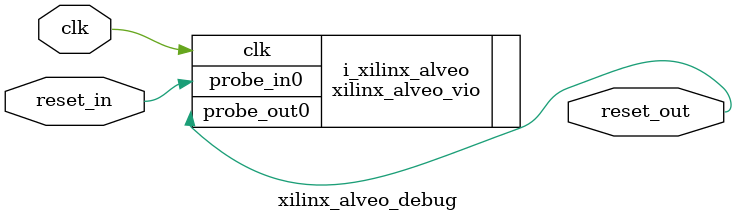
<source format=sv>
module xilinx_alveo_debug (
    // Clock (to debug core)
    input  logic  clk,
    // Inputs (to JTAG VIO)
    input  logic  reset_in,
    // Outputs (from JTAG VIO)
    output logic  reset_out
);

    xilinx_alveo_vio i_xilinx_alveo (
        .clk(clk),               // input wire clk
        .probe_in0(reset_in),    // input wire [0 : 0] probe_in0
        .probe_out0(reset_out)   // output wire [0 : 0] probe_out0
    );

endmodule : xilinx_alveo_debug

</source>
